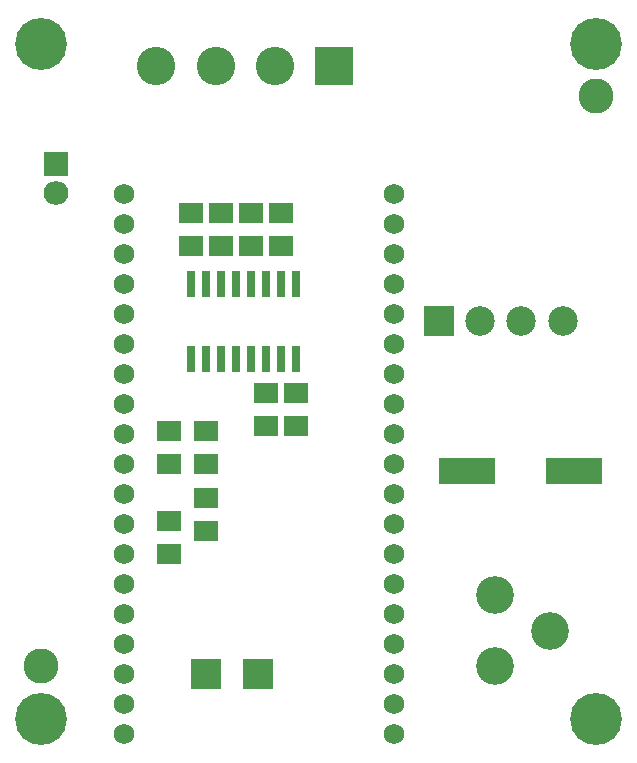
<source format=gbr>
G04 DipTrace 3.1.0.1*
G04 TopMask.gbr*
%MOIN*%
G04 #@! TF.FileFunction,Soldermask,Top*
G04 #@! TF.Part,Single*
%ADD36C,0.117*%
%ADD50R,0.031622X0.08674*%
%ADD52C,0.068*%
%ADD54C,0.098551*%
%ADD56R,0.098551X0.098551*%
%ADD58C,0.128*%
%ADD60R,0.128X0.128*%
%ADD62C,0.173*%
%ADD64O,0.082803X0.078866*%
%ADD66R,0.082803X0.078866*%
%ADD68C,0.12611*%
%ADD70R,0.102488X0.102488*%
%ADD72R,0.078866X0.070992*%
%ADD74R,0.185165X0.090677*%
%FSLAX26Y26*%
G04*
G70*
G90*
G75*
G01*
G04 TopMask*
%LPD*%
D74*
X2294000Y1344000D3*
X1939669D3*
D72*
X1069000Y1144000D3*
Y1254236D3*
X1019000Y2204236D3*
Y2094000D3*
X1369000Y1604236D3*
Y1494000D3*
X1319000Y2094000D3*
Y2204236D3*
X1219000Y2094000D3*
Y2204236D3*
X1269000Y1604236D3*
Y1494000D3*
X1119000Y2094000D3*
Y2204236D3*
D70*
X1069000Y669000D3*
X1242228D3*
D68*
X2031500Y931500D3*
Y695280D3*
X2216539Y813390D3*
D66*
X569000Y2369000D3*
D64*
Y2270575D3*
D62*
X519000Y519000D3*
Y2769000D3*
X2369000D3*
Y519000D3*
D72*
X1069000Y1479236D3*
Y1369000D3*
X944000D3*
Y1479236D3*
Y1069000D3*
Y1179236D3*
D60*
X1494000Y2694000D3*
D58*
X1297150D3*
X1100299D3*
X903449D3*
D56*
X1844000Y1844000D3*
D54*
X1981795D3*
X2119591D3*
X2257386D3*
D52*
X794000Y469000D3*
Y569000D3*
Y669000D3*
Y769000D3*
Y869000D3*
Y969000D3*
Y1069000D3*
Y1169000D3*
Y1269000D3*
Y1369000D3*
Y1469000D3*
Y1569000D3*
Y1669000D3*
Y1769000D3*
Y1869000D3*
Y1969000D3*
Y2069000D3*
Y2169000D3*
Y2269000D3*
X1694000Y469000D3*
Y569000D3*
Y669000D3*
Y769000D3*
Y869000D3*
Y969000D3*
Y1069000D3*
Y1169000D3*
Y1269000D3*
Y1369000D3*
Y1469000D3*
Y1569000D3*
Y1669000D3*
Y1769000D3*
Y1869000D3*
Y1969000D3*
Y2069000D3*
Y2169000D3*
Y2269000D3*
D50*
X1169000Y1969000D3*
X1118999D3*
Y1719000D3*
X1169000D3*
X1069000Y1969000D3*
X1018999D3*
Y1719000D3*
X1069000D3*
X1369000Y1969000D3*
X1318999D3*
Y1719000D3*
X1369000D3*
X1269000Y1969000D3*
X1218999D3*
Y1719000D3*
X1269000D3*
D36*
X519000Y694000D3*
X2369000Y2594000D3*
M02*

</source>
